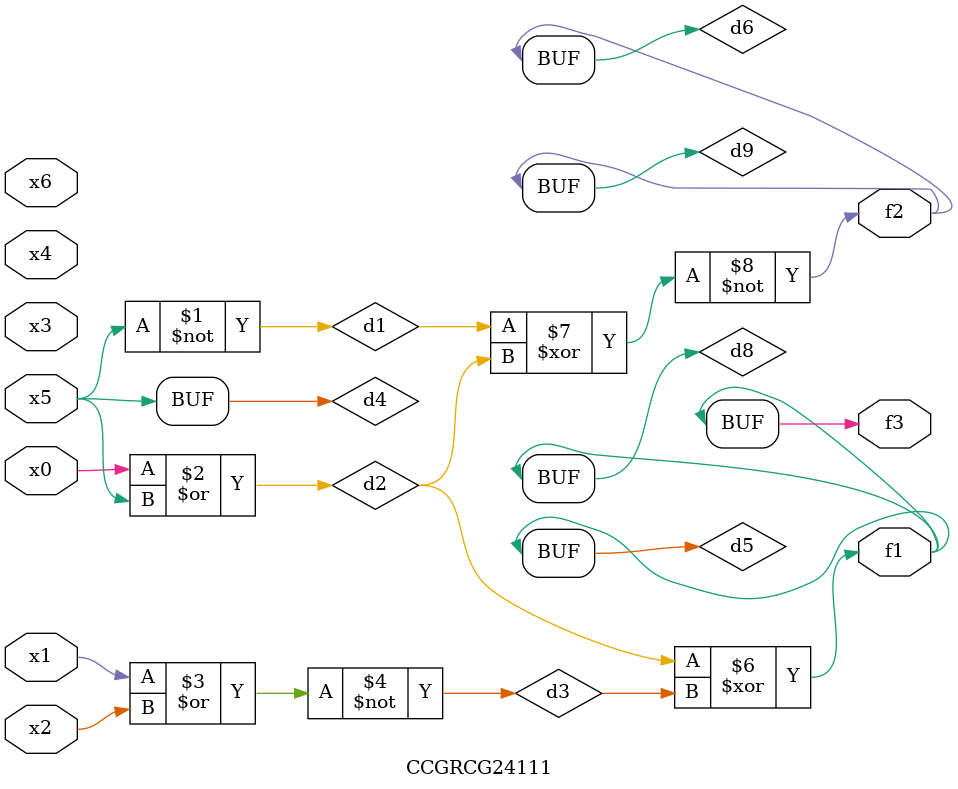
<source format=v>
module CCGRCG24111(
	input x0, x1, x2, x3, x4, x5, x6,
	output f1, f2, f3
);

	wire d1, d2, d3, d4, d5, d6, d7, d8, d9;

	nand (d1, x5);
	or (d2, x0, x5);
	nor (d3, x1, x2);
	xnor (d4, d1);
	xor (d5, d2, d3);
	xnor (d6, d1, d2);
	not (d7, x4);
	buf (d8, d5);
	xor (d9, d6);
	assign f1 = d8;
	assign f2 = d9;
	assign f3 = d8;
endmodule

</source>
